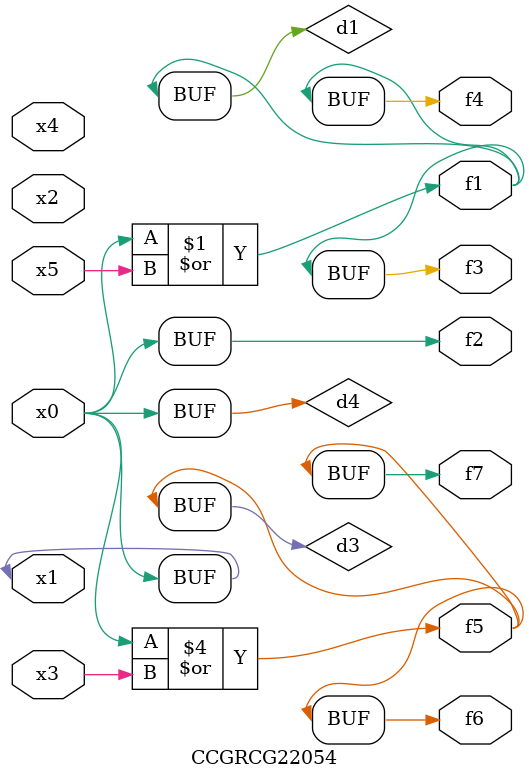
<source format=v>
module CCGRCG22054(
	input x0, x1, x2, x3, x4, x5,
	output f1, f2, f3, f4, f5, f6, f7
);

	wire d1, d2, d3, d4;

	or (d1, x0, x5);
	xnor (d2, x1, x4);
	or (d3, x0, x3);
	buf (d4, x0, x1);
	assign f1 = d1;
	assign f2 = d4;
	assign f3 = d1;
	assign f4 = d1;
	assign f5 = d3;
	assign f6 = d3;
	assign f7 = d3;
endmodule

</source>
